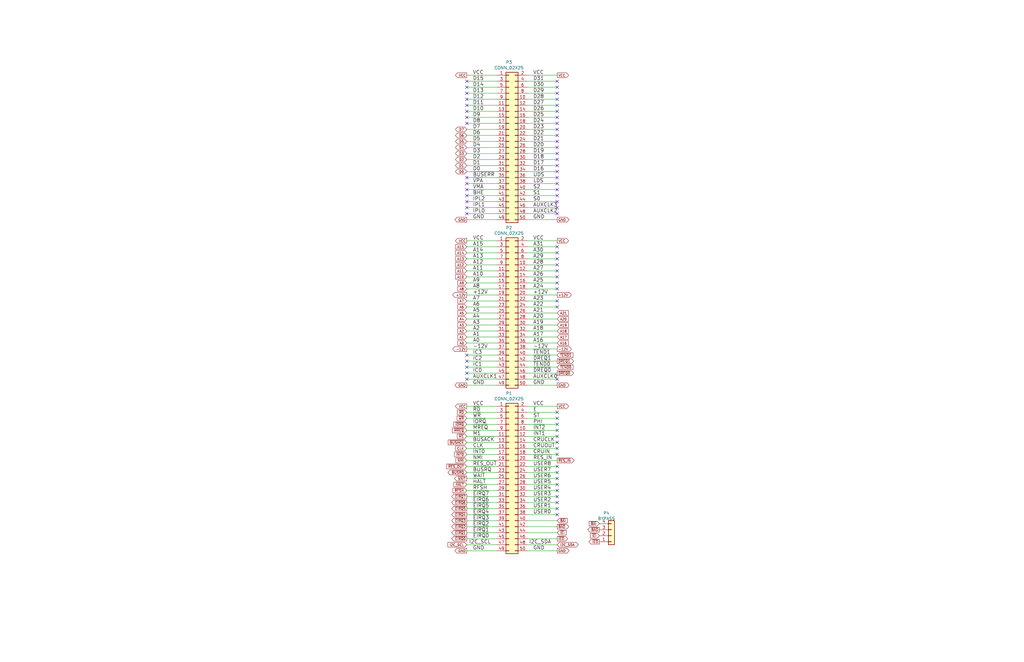
<source format=kicad_sch>
(kicad_sch (version 20211123) (generator eeschema)
  (paper "B")
  (lib_symbols
    (symbol "Connector_Generic:Conn_01x04" (pin_names (offset 1.016) hide)
      (property "Reference" "J" (at 0 5.08 0))
      (property "Value" "Conn_01x04" (at 0 -7.62 0))
      (symbol "Conn_01x04_1_1"
        (rectangle (start -1.27 -4.953) (end 0 -5.207) (stroke (width 0.1524)))
        (rectangle (start -1.27 -2.413) (end 0 -2.667) (stroke (width 0.1524)))
        (rectangle (start -1.27 0.127) (end 0 -0.127) (stroke (width 0.1524)))
        (rectangle (start -1.27 2.667) (end 0 2.413) (stroke (width 0.1524)))
        (rectangle (start -1.27 3.81) (end 1.27 -6.35) (stroke (width 0.254)) (fill (type background)))
        (pin passive line (at -5.08 2.54 0) (length 3.81) (name "Pin_1") (number "1"))
        (pin passive line (at -5.08 0 0) (length 3.81) (name "Pin_2") (number "2"))
        (pin passive line (at -5.08 -2.54 0) (length 3.81) (name "Pin_3") (number "3"))
        (pin passive line (at -5.08 -5.08 0) (length 3.81) (name "Pin_4") (number "4"))
      )
    )
    (symbol "Connector_Generic:Conn_02x25_Odd_Even" (pin_names (offset 1.016) hide)
      (property "Reference" "J" (at 1.27 33.02 0))
      (property "Value" "Conn_02x25_Odd_Even" (at 1.27 -33.02 0))
      (symbol "Conn_02x25_Odd_Even_1_1"
        (rectangle (start -1.27 -30.353) (end 0 -30.607) (stroke (width 0.1524)))
        (rectangle (start -1.27 -27.813) (end 0 -28.067) (stroke (width 0.1524)))
        (rectangle (start -1.27 -25.273) (end 0 -25.527) (stroke (width 0.1524)))
        (rectangle (start -1.27 -22.733) (end 0 -22.987) (stroke (width 0.1524)))
        (rectangle (start -1.27 -20.193) (end 0 -20.447) (stroke (width 0.1524)))
        (rectangle (start -1.27 -17.653) (end 0 -17.907) (stroke (width 0.1524)))
        (rectangle (start -1.27 -15.113) (end 0 -15.367) (stroke (width 0.1524)))
        (rectangle (start -1.27 -12.573) (end 0 -12.827) (stroke (width 0.1524)))
        (rectangle (start -1.27 -10.033) (end 0 -10.287) (stroke (width 0.1524)))
        (rectangle (start -1.27 -7.493) (end 0 -7.747) (stroke (width 0.1524)))
        (rectangle (start -1.27 -4.953) (end 0 -5.207) (stroke (width 0.1524)))
        (rectangle (start -1.27 -2.413) (end 0 -2.667) (stroke (width 0.1524)))
        (rectangle (start -1.27 0.127) (end 0 -0.127) (stroke (width 0.1524)))
        (rectangle (start -1.27 2.667) (end 0 2.413) (stroke (width 0.1524)))
        (rectangle (start -1.27 5.207) (end 0 4.953) (stroke (width 0.1524)))
        (rectangle (start -1.27 7.747) (end 0 7.493) (stroke (width 0.1524)))
        (rectangle (start -1.27 10.287) (end 0 10.033) (stroke (width 0.1524)))
        (rectangle (start -1.27 12.827) (end 0 12.573) (stroke (width 0.1524)))
        (rectangle (start -1.27 15.367) (end 0 15.113) (stroke (width 0.1524)))
        (rectangle (start -1.27 17.907) (end 0 17.653) (stroke (width 0.1524)))
        (rectangle (start -1.27 20.447) (end 0 20.193) (stroke (width 0.1524)))
        (rectangle (start -1.27 22.987) (end 0 22.733) (stroke (width 0.1524)))
        (rectangle (start -1.27 25.527) (end 0 25.273) (stroke (width 0.1524)))
        (rectangle (start -1.27 28.067) (end 0 27.813) (stroke (width 0.1524)))
        (rectangle (start -1.27 30.607) (end 0 30.353) (stroke (width 0.1524)))
        (rectangle (start -1.27 31.75) (end 3.81 -31.75) (stroke (width 0.254)) (fill (type background)))
        (rectangle (start 3.81 -30.353) (end 2.54 -30.607) (stroke (width 0.1524)))
        (rectangle (start 3.81 -27.813) (end 2.54 -28.067) (stroke (width 0.1524)))
        (rectangle (start 3.81 -25.273) (end 2.54 -25.527) (stroke (width 0.1524)))
        (rectangle (start 3.81 -22.733) (end 2.54 -22.987) (stroke (width 0.1524)))
        (rectangle (start 3.81 -20.193) (end 2.54 -20.447) (stroke (width 0.1524)))
        (rectangle (start 3.81 -17.653) (end 2.54 -17.907) (stroke (width 0.1524)))
        (rectangle (start 3.81 -15.113) (end 2.54 -15.367) (stroke (width 0.1524)))
        (rectangle (start 3.81 -12.573) (end 2.54 -12.827) (stroke (width 0.1524)))
        (rectangle (start 3.81 -10.033) (end 2.54 -10.287) (stroke (width 0.1524)))
        (rectangle (start 3.81 -7.493) (end 2.54 -7.747) (stroke (width 0.1524)))
        (rectangle (start 3.81 -4.953) (end 2.54 -5.207) (stroke (width 0.1524)))
        (rectangle (start 3.81 -2.413) (end 2.54 -2.667) (stroke (width 0.1524)))
        (rectangle (start 3.81 0.127) (end 2.54 -0.127) (stroke (width 0.1524)))
        (rectangle (start 3.81 2.667) (end 2.54 2.413) (stroke (width 0.1524)))
        (rectangle (start 3.81 5.207) (end 2.54 4.953) (stroke (width 0.1524)))
        (rectangle (start 3.81 7.747) (end 2.54 7.493) (stroke (width 0.1524)))
        (rectangle (start 3.81 10.287) (end 2.54 10.033) (stroke (width 0.1524)))
        (rectangle (start 3.81 12.827) (end 2.54 12.573) (stroke (width 0.1524)))
        (rectangle (start 3.81 15.367) (end 2.54 15.113) (stroke (width 0.1524)))
        (rectangle (start 3.81 17.907) (end 2.54 17.653) (stroke (width 0.1524)))
        (rectangle (start 3.81 20.447) (end 2.54 20.193) (stroke (width 0.1524)))
        (rectangle (start 3.81 22.987) (end 2.54 22.733) (stroke (width 0.1524)))
        (rectangle (start 3.81 25.527) (end 2.54 25.273) (stroke (width 0.1524)))
        (rectangle (start 3.81 28.067) (end 2.54 27.813) (stroke (width 0.1524)))
        (rectangle (start 3.81 30.607) (end 2.54 30.353) (stroke (width 0.1524)))
        (pin passive line (at -5.08 30.48 0) (length 3.81) (name "Pin_1") (number "1"))
        (pin passive line (at 7.62 20.32 180) (length 3.81) (name "Pin_10") (number "10"))
        (pin passive line (at -5.08 17.78 0) (length 3.81) (name "Pin_11") (number "11"))
        (pin passive line (at 7.62 17.78 180) (length 3.81) (name "Pin_12") (number "12"))
        (pin passive line (at -5.08 15.24 0) (length 3.81) (name "Pin_13") (number "13"))
        (pin passive line (at 7.62 15.24 180) (length 3.81) (name "Pin_14") (number "14"))
        (pin passive line (at -5.08 12.7 0) (length 3.81) (name "Pin_15") (number "15"))
        (pin passive line (at 7.62 12.7 180) (length 3.81) (name "Pin_16") (number "16"))
        (pin passive line (at -5.08 10.16 0) (length 3.81) (name "Pin_17") (number "17"))
        (pin passive line (at 7.62 10.16 180) (length 3.81) (name "Pin_18") (number "18"))
        (pin passive line (at -5.08 7.62 0) (length 3.81) (name "Pin_19") (number "19"))
        (pin passive line (at 7.62 30.48 180) (length 3.81) (name "Pin_2") (number "2"))
        (pin passive line (at 7.62 7.62 180) (length 3.81) (name "Pin_20") (number "20"))
        (pin passive line (at -5.08 5.08 0) (length 3.81) (name "Pin_21") (number "21"))
        (pin passive line (at 7.62 5.08 180) (length 3.81) (name "Pin_22") (number "22"))
        (pin passive line (at -5.08 2.54 0) (length 3.81) (name "Pin_23") (number "23"))
        (pin passive line (at 7.62 2.54 180) (length 3.81) (name "Pin_24") (number "24"))
        (pin passive line (at -5.08 0 0) (length 3.81) (name "Pin_25") (number "25"))
        (pin passive line (at 7.62 0 180) (length 3.81) (name "Pin_26") (number "26"))
        (pin passive line (at -5.08 -2.54 0) (length 3.81) (name "Pin_27") (number "27"))
        (pin passive line (at 7.62 -2.54 180) (length 3.81) (name "Pin_28") (number "28"))
        (pin passive line (at -5.08 -5.08 0) (length 3.81) (name "Pin_29") (number "29"))
        (pin passive line (at -5.08 27.94 0) (length 3.81) (name "Pin_3") (number "3"))
        (pin passive line (at 7.62 -5.08 180) (length 3.81) (name "Pin_30") (number "30"))
        (pin passive line (at -5.08 -7.62 0) (length 3.81) (name "Pin_31") (number "31"))
        (pin passive line (at 7.62 -7.62 180) (length 3.81) (name "Pin_32") (number "32"))
        (pin passive line (at -5.08 -10.16 0) (length 3.81) (name "Pin_33") (number "33"))
        (pin passive line (at 7.62 -10.16 180) (length 3.81) (name "Pin_34") (number "34"))
        (pin passive line (at -5.08 -12.7 0) (length 3.81) (name "Pin_35") (number "35"))
        (pin passive line (at 7.62 -12.7 180) (length 3.81) (name "Pin_36") (number "36"))
        (pin passive line (at -5.08 -15.24 0) (length 3.81) (name "Pin_37") (number "37"))
        (pin passive line (at 7.62 -15.24 180) (length 3.81) (name "Pin_38") (number "38"))
        (pin passive line (at -5.08 -17.78 0) (length 3.81) (name "Pin_39") (number "39"))
        (pin passive line (at 7.62 27.94 180) (length 3.81) (name "Pin_4") (number "4"))
        (pin passive line (at 7.62 -17.78 180) (length 3.81) (name "Pin_40") (number "40"))
        (pin passive line (at -5.08 -20.32 0) (length 3.81) (name "Pin_41") (number "41"))
        (pin passive line (at 7.62 -20.32 180) (length 3.81) (name "Pin_42") (number "42"))
        (pin passive line (at -5.08 -22.86 0) (length 3.81) (name "Pin_43") (number "43"))
        (pin passive line (at 7.62 -22.86 180) (length 3.81) (name "Pin_44") (number "44"))
        (pin passive line (at -5.08 -25.4 0) (length 3.81) (name "Pin_45") (number "45"))
        (pin passive line (at 7.62 -25.4 180) (length 3.81) (name "Pin_46") (number "46"))
        (pin passive line (at -5.08 -27.94 0) (length 3.81) (name "Pin_47") (number "47"))
        (pin passive line (at 7.62 -27.94 180) (length 3.81) (name "Pin_48") (number "48"))
        (pin passive line (at -5.08 -30.48 0) (length 3.81) (name "Pin_49") (number "49"))
        (pin passive line (at -5.08 25.4 0) (length 3.81) (name "Pin_5") (number "5"))
        (pin passive line (at 7.62 -30.48 180) (length 3.81) (name "Pin_50") (number "50"))
        (pin passive line (at 7.62 25.4 180) (length 3.81) (name "Pin_6") (number "6"))
        (pin passive line (at -5.08 22.86 0) (length 3.81) (name "Pin_7") (number "7"))
        (pin passive line (at 7.62 22.86 180) (length 3.81) (name "Pin_8") (number "8"))
        (pin passive line (at -5.08 20.32 0) (length 3.81) (name "Pin_9") (number "9"))
      )
    )
  )
  (no_connect (at 234.95 34.29))
  (no_connect (at 196.85 157.48))
  (no_connect (at 234.95 217.17))
  (no_connect (at 234.95 212.09))
  (no_connect (at 234.95 116.84))
  (no_connect (at 234.95 127))
  (no_connect (at 196.85 41.91))
  (no_connect (at 196.85 85.09))
  (no_connect (at 234.95 199.39))
  (no_connect (at 234.95 184.15))
  (no_connect (at 234.95 41.91))
  (no_connect (at 196.85 149.86))
  (no_connect (at 234.95 90.17))
  (no_connect (at 234.95 64.77))
  (no_connect (at 234.95 85.09))
  (no_connect (at 196.85 36.83))
  (no_connect (at 234.95 36.83))
  (no_connect (at 196.85 52.07))
  (no_connect (at 234.95 69.85))
  (no_connect (at 234.95 77.47))
  (no_connect (at 234.95 196.85))
  (no_connect (at 196.85 152.4))
  (no_connect (at 234.95 181.61))
  (no_connect (at 234.95 39.37))
  (no_connect (at 234.95 204.47))
  (no_connect (at 234.95 214.63))
  (no_connect (at 234.95 106.68))
  (no_connect (at 234.95 186.69))
  (no_connect (at 234.95 129.54))
  (no_connect (at 196.85 34.29))
  (no_connect (at 196.85 49.53))
  (no_connect (at 234.95 201.93))
  (no_connect (at 234.95 104.14))
  (no_connect (at 234.95 173.99))
  (no_connect (at 234.95 191.77))
  (no_connect (at 234.95 189.23))
  (no_connect (at 234.95 59.69))
  (no_connect (at 234.95 80.01))
  (no_connect (at 234.95 74.93))
  (no_connect (at 234.95 209.55))
  (no_connect (at 234.95 52.07))
  (no_connect (at 196.85 77.47))
  (no_connect (at 234.95 62.23))
  (no_connect (at 196.85 82.55))
  (no_connect (at 234.95 109.22))
  (no_connect (at 234.95 121.92))
  (no_connect (at 196.85 90.17))
  (no_connect (at 234.95 44.45))
  (no_connect (at 234.95 111.76))
  (no_connect (at 234.95 54.61))
  (no_connect (at 234.95 46.99))
  (no_connect (at 234.95 49.53))
  (no_connect (at 234.95 72.39))
  (no_connect (at 234.95 207.01))
  (no_connect (at 234.95 176.53))
  (no_connect (at 196.85 154.94))
  (no_connect (at 234.95 87.63))
  (no_connect (at 196.85 74.93))
  (no_connect (at 234.95 179.07))
  (no_connect (at 234.95 119.38))
  (no_connect (at 234.95 67.31))
  (no_connect (at 234.95 114.3))
  (no_connect (at 196.85 87.63))
  (no_connect (at 196.85 46.99))
  (no_connect (at 234.95 82.55))
  (no_connect (at 196.85 39.37))
  (no_connect (at 196.85 160.02))
  (no_connect (at 234.95 57.15))
  (no_connect (at 196.85 80.01))
  (no_connect (at 234.95 160.02))
  (no_connect (at 196.85 44.45))
  (wire (pts (xy 222.25 34.29) (xy 234.95 34.29)))
  (wire (pts (xy 222.25 132.08) (xy 234.95 132.08)))
  (wire (pts (xy 222.25 152.4) (xy 234.95 152.4)))
  (wire (pts (xy 196.85 214.63) (xy 209.55 214.63)))
  (wire (pts (xy 196.85 147.32) (xy 209.55 147.32)))
  (wire (pts (xy 196.85 39.37) (xy 209.55 39.37)))
  (wire (pts (xy 196.85 114.3) (xy 209.55 114.3)))
  (wire (pts (xy 234.95 176.53) (xy 222.25 176.53)))
  (wire (pts (xy 196.85 109.22) (xy 209.55 109.22)))
  (wire (pts (xy 222.25 44.45) (xy 234.95 44.45)))
  (wire (pts (xy 196.85 104.14) (xy 209.55 104.14)))
  (wire (pts (xy 196.85 186.69) (xy 209.55 186.69)))
  (wire (pts (xy 222.25 101.6) (xy 234.95 101.6)))
  (wire (pts (xy 196.85 64.77) (xy 209.55 64.77)))
  (wire (pts (xy 196.85 224.79) (xy 209.55 224.79)))
  (wire (pts (xy 222.25 212.09) (xy 234.95 212.09)))
  (wire (pts (xy 222.25 72.39) (xy 234.95 72.39)))
  (wire (pts (xy 196.85 121.92) (xy 209.55 121.92)))
  (wire (pts (xy 222.25 142.24) (xy 234.95 142.24)))
  (wire (pts (xy 222.25 31.75) (xy 234.95 31.75)))
  (wire (pts (xy 234.95 219.71) (xy 222.25 219.71)))
  (wire (pts (xy 196.85 191.77) (xy 209.55 191.77)))
  (wire (pts (xy 222.25 207.01) (xy 234.95 207.01)))
  (wire (pts (xy 209.55 77.47) (xy 196.85 77.47)))
  (wire (pts (xy 222.25 39.37) (xy 234.95 39.37)))
  (wire (pts (xy 222.25 82.55) (xy 234.95 82.55)))
  (wire (pts (xy 222.25 147.32) (xy 234.95 147.32)))
  (wire (pts (xy 196.85 184.15) (xy 209.55 184.15)))
  (wire (pts (xy 196.85 134.62) (xy 209.55 134.62)))
  (wire (pts (xy 196.85 139.7) (xy 209.55 139.7)))
  (wire (pts (xy 222.25 217.17) (xy 234.95 217.17)))
  (wire (pts (xy 196.85 57.15) (xy 209.55 57.15)))
  (wire (pts (xy 222.25 194.31) (xy 234.95 194.31)))
  (wire (pts (xy 222.25 137.16) (xy 234.95 137.16)))
  (wire (pts (xy 196.85 176.53) (xy 209.55 176.53)))
  (wire (pts (xy 196.85 67.31) (xy 209.55 67.31)))
  (wire (pts (xy 222.25 36.83) (xy 234.95 36.83)))
  (wire (pts (xy 196.85 36.83) (xy 209.55 36.83)))
  (wire (pts (xy 222.25 52.07) (xy 234.95 52.07)))
  (wire (pts (xy 234.95 184.15) (xy 222.25 184.15)))
  (wire (pts (xy 196.85 171.45) (xy 209.55 171.45)))
  (wire (pts (xy 196.85 199.39) (xy 209.55 199.39)))
  (wire (pts (xy 196.85 196.85) (xy 209.55 196.85)))
  (wire (pts (xy 222.25 119.38) (xy 234.95 119.38)))
  (wire (pts (xy 196.85 137.16) (xy 209.55 137.16)))
  (wire (pts (xy 196.85 54.61) (xy 209.55 54.61)))
  (wire (pts (xy 234.95 224.79) (xy 222.25 224.79)))
  (wire (pts (xy 196.85 116.84) (xy 209.55 116.84)))
  (wire (pts (xy 222.25 160.02) (xy 234.95 160.02)))
  (wire (pts (xy 209.55 152.4) (xy 196.85 152.4)))
  (wire (pts (xy 222.25 67.31) (xy 234.95 67.31)))
  (wire (pts (xy 234.95 173.99) (xy 222.25 173.99)))
  (wire (pts (xy 209.55 229.87) (xy 196.85 229.87)))
  (wire (pts (xy 222.25 109.22) (xy 234.95 109.22)))
  (wire (pts (xy 196.85 209.55) (xy 209.55 209.55)))
  (wire (pts (xy 234.95 186.69) (xy 222.25 186.69)))
  (wire (pts (xy 222.25 157.48) (xy 234.95 157.48)))
  (wire (pts (xy 222.25 41.91) (xy 234.95 41.91)))
  (wire (pts (xy 196.85 62.23) (xy 209.55 62.23)))
  (wire (pts (xy 196.85 34.29) (xy 209.55 34.29)))
  (wire (pts (xy 222.25 59.69) (xy 234.95 59.69)))
  (wire (pts (xy 222.25 129.54) (xy 234.95 129.54)))
  (wire (pts (xy 196.85 101.6) (xy 209.55 101.6)))
  (wire (pts (xy 196.85 217.17) (xy 209.55 217.17)))
  (wire (pts (xy 222.25 127) (xy 234.95 127)))
  (wire (pts (xy 196.85 160.02) (xy 209.55 160.02)))
  (wire (pts (xy 196.85 119.38) (xy 209.55 119.38)))
  (wire (pts (xy 222.25 121.92) (xy 234.95 121.92)))
  (wire (pts (xy 222.25 134.62) (xy 234.95 134.62)))
  (wire (pts (xy 222.25 85.09) (xy 234.95 85.09)))
  (wire (pts (xy 234.95 181.61) (xy 222.25 181.61)))
  (wire (pts (xy 196.85 49.53) (xy 209.55 49.53)))
  (wire (pts (xy 222.25 90.17) (xy 234.95 90.17)))
  (wire (pts (xy 196.85 204.47) (xy 209.55 204.47)))
  (wire (pts (xy 222.25 92.71) (xy 234.95 92.71)))
  (wire (pts (xy 222.25 49.53) (xy 234.95 49.53)))
  (wire (pts (xy 196.85 207.01) (xy 209.55 207.01)))
  (wire (pts (xy 196.85 201.93) (xy 209.55 201.93)))
  (wire (pts (xy 196.85 111.76) (xy 209.55 111.76)))
  (wire (pts (xy 234.95 229.87) (xy 222.25 229.87)))
  (wire (pts (xy 196.85 227.33) (xy 209.55 227.33)))
  (wire (pts (xy 222.25 74.93) (xy 234.95 74.93)))
  (wire (pts (xy 222.25 201.93) (xy 234.95 201.93)))
  (wire (pts (xy 209.55 80.01) (xy 196.85 80.01)))
  (wire (pts (xy 222.25 189.23) (xy 234.95 189.23)))
  (wire (pts (xy 222.25 46.99) (xy 234.95 46.99)))
  (wire (pts (xy 222.25 104.14) (xy 234.95 104.14)))
  (wire (pts (xy 196.85 222.25) (xy 209.55 222.25)))
  (wire (pts (xy 222.25 209.55) (xy 234.95 209.55)))
  (wire (pts (xy 209.55 74.93) (xy 196.85 74.93)))
  (wire (pts (xy 209.55 90.17) (xy 196.85 90.17)))
  (wire (pts (xy 222.25 204.47) (xy 234.95 204.47)))
  (wire (pts (xy 196.85 194.31) (xy 209.55 194.31)))
  (wire (pts (xy 196.85 144.78) (xy 209.55 144.78)))
  (wire (pts (xy 196.85 69.85) (xy 209.55 69.85)))
  (wire (pts (xy 222.25 196.85) (xy 234.95 196.85)))
  (wire (pts (xy 222.25 106.68) (xy 234.95 106.68)))
  (wire (pts (xy 222.25 214.63) (xy 234.95 214.63)))
  (wire (pts (xy 222.25 199.39) (xy 234.95 199.39)))
  (wire (pts (xy 196.85 162.56) (xy 209.55 162.56)))
  (wire (pts (xy 196.85 41.91) (xy 209.55 41.91)))
  (wire (pts (xy 196.85 232.41) (xy 209.55 232.41)))
  (wire (pts (xy 222.25 77.47) (xy 234.95 77.47)))
  (wire (pts (xy 222.25 80.01) (xy 234.95 80.01)))
  (wire (pts (xy 196.85 106.68) (xy 209.55 106.68)))
  (wire (pts (xy 209.55 82.55) (xy 196.85 82.55)))
  (wire (pts (xy 222.25 191.77) (xy 234.95 191.77)))
  (wire (pts (xy 196.85 132.08) (xy 209.55 132.08)))
  (wire (pts (xy 196.85 31.75) (xy 209.55 31.75)))
  (wire (pts (xy 222.25 54.61) (xy 234.95 54.61)))
  (wire (pts (xy 196.85 44.45) (xy 209.55 44.45)))
  (wire (pts (xy 222.25 144.78) (xy 234.95 144.78)))
  (wire (pts (xy 222.25 124.46) (xy 234.95 124.46)))
  (wire (pts (xy 222.25 232.41) (xy 234.95 232.41)))
  (wire (pts (xy 222.25 149.86) (xy 234.95 149.86)))
  (wire (pts (xy 196.85 52.07) (xy 209.55 52.07)))
  (wire (pts (xy 209.55 149.86) (xy 196.85 149.86)))
  (wire (pts (xy 196.85 92.71) (xy 209.55 92.71)))
  (wire (pts (xy 222.25 139.7) (xy 234.95 139.7)))
  (wire (pts (xy 196.85 127) (xy 209.55 127)))
  (wire (pts (xy 222.25 57.15) (xy 234.95 57.15)))
  (wire (pts (xy 234.95 87.63) (xy 222.25 87.63)))
  (wire (pts (xy 196.85 189.23) (xy 209.55 189.23)))
  (wire (pts (xy 222.25 154.94) (xy 234.95 154.94)))
  (wire (pts (xy 222.25 64.77) (xy 234.95 64.77)))
  (wire (pts (xy 234.95 179.07) (xy 222.25 179.07)))
  (wire (pts (xy 234.95 227.33) (xy 222.25 227.33)))
  (wire (pts (xy 196.85 46.99) (xy 209.55 46.99)))
  (wire (pts (xy 209.55 157.48) (xy 196.85 157.48)))
  (wire (pts (xy 209.55 154.94) (xy 196.85 154.94)))
  (wire (pts (xy 196.85 212.09) (xy 209.55 212.09)))
  (wire (pts (xy 196.85 129.54) (xy 209.55 129.54)))
  (wire (pts (xy 222.25 111.76) (xy 234.95 111.76)))
  (wire (pts (xy 222.25 62.23) (xy 234.95 62.23)))
  (wire (pts (xy 209.55 87.63) (xy 196.85 87.63)))
  (wire (pts (xy 196.85 179.07) (xy 209.55 179.07)))
  (wire (pts (xy 196.85 142.24) (xy 209.55 142.24)))
  (wire (pts (xy 196.85 173.99) (xy 209.55 173.99)))
  (wire (pts (xy 234.95 222.25) (xy 222.25 222.25)))
  (wire (pts (xy 209.55 85.09) (xy 196.85 85.09)))
  (wire (pts (xy 196.85 72.39) (xy 209.55 72.39)))
  (wire (pts (xy 222.25 114.3) (xy 234.95 114.3)))
  (wire (pts (xy 222.25 69.85) (xy 234.95 69.85)))
  (wire (pts (xy 196.85 219.71) (xy 209.55 219.71)))
  (wire (pts (xy 196.85 181.61) (xy 209.55 181.61)))
  (wire (pts (xy 222.25 162.56) (xy 234.95 162.56)))
  (wire (pts (xy 196.85 59.69) (xy 209.55 59.69)))
  (wire (pts (xy 222.25 116.84) (xy 234.95 116.84)))
  (wire (pts (xy 222.25 171.45) (xy 234.95 171.45)))
  (wire (pts (xy 196.85 124.46) (xy 209.55 124.46)))
  (label "+12V" (at 224.79 124.46 0) (effects (font (size 1.524 1.524))))
  (label "~{IORQ}" (at 199.39 179.07 0) (effects (font (size 1.524 1.524))))
  (label "-12V" (at 224.79 147.32 0) (effects (font (size 1.524 1.524))))
  (label "D27" (at 224.79 44.45 0) (effects (font (size 1.524 1.524))))
  (label "USER5" (at 224.79 204.47 0) (effects (font (size 1.524 1.524))))
  (label "~{EIRQ4}" (at 199.39 217.17 0) (effects (font (size 1.524 1.524))))
  (label "D1" (at 199.39 69.85 0) (effects (font (size 1.524 1.524))))
  (label "D5" (at 199.39 59.69 0) (effects (font (size 1.524 1.524))))
  (label "~{BHE}" (at 199.39 82.55 0) (effects (font (size 1.524 1.524))))
  (label "A30" (at 224.79 106.68 0) (effects (font (size 1.524 1.524))))
  (label "GND" (at 199.39 162.56 0) (effects (font (size 1.524 1.524))))
  (label "~{INT0}" (at 199.39 191.77 0) (effects (font (size 1.524 1.524))))
  (label "VCC" (at 224.79 101.6 0) (effects (font (size 1.524 1.524))))
  (label "I2C_SDA" (at 232.41 229.87 180) (effects (font (size 1.524 1.524))))
  (label "A6" (at 199.39 129.54 0) (effects (font (size 1.524 1.524))))
  (label "IC2" (at 199.39 152.4 0) (effects (font (size 1.524 1.524))))
  (label "A22" (at 224.79 129.54 0) (effects (font (size 1.524 1.524))))
  (label "A7" (at 199.39 127 0) (effects (font (size 1.524 1.524))))
  (label "AUXCLK3" (at 224.79 87.63 0) (effects (font (size 1.524 1.524))))
  (label "VCC" (at 199.39 101.6 0) (effects (font (size 1.524 1.524))))
  (label "D0" (at 199.39 72.39 0) (effects (font (size 1.524 1.524))))
  (label "D13" (at 199.39 39.37 0) (effects (font (size 1.524 1.524))))
  (label "AUXCLK1" (at 199.39 160.02 0) (effects (font (size 1.524 1.524))))
  (label "A19" (at 224.79 137.16 0) (effects (font (size 1.524 1.524))))
  (label "IPL1" (at 199.39 87.63 0) (effects (font (size 1.524 1.524))))
  (label "D29" (at 224.79 39.37 0) (effects (font (size 1.524 1.524))))
  (label "GND" (at 224.79 92.71 0) (effects (font (size 1.524 1.524))))
  (label "UDS" (at 224.79 74.93 0) (effects (font (size 1.524 1.524))))
  (label "A4" (at 199.39 134.62 0) (effects (font (size 1.524 1.524))))
  (label "A25" (at 224.79 119.38 0) (effects (font (size 1.524 1.524))))
  (label "A1" (at 199.39 142.24 0) (effects (font (size 1.524 1.524))))
  (label "GND" (at 199.39 92.71 0) (effects (font (size 1.524 1.524))))
  (label "A5" (at 199.39 132.08 0) (effects (font (size 1.524 1.524))))
  (label "~{EIRQ0}" (at 199.39 227.33 0) (effects (font (size 1.524 1.524))))
  (label "IC0" (at 199.39 157.48 0) (effects (font (size 1.524 1.524))))
  (label "D25" (at 224.79 49.53 0) (effects (font (size 1.524 1.524))))
  (label "D31" (at 224.79 34.29 0) (effects (font (size 1.524 1.524))))
  (label "USER6" (at 224.79 201.93 0) (effects (font (size 1.524 1.524))))
  (label "~{TEND0}" (at 224.79 154.94 0) (effects (font (size 1.524 1.524))))
  (label "D20" (at 224.79 62.23 0) (effects (font (size 1.524 1.524))))
  (label "D21" (at 224.79 59.69 0) (effects (font (size 1.524 1.524))))
  (label "CRUCLK" (at 224.79 186.69 0) (effects (font (size 1.524 1.524))))
  (label "VCC" (at 199.39 31.75 0) (effects (font (size 1.524 1.524))))
  (label "D4" (at 199.39 62.23 0) (effects (font (size 1.524 1.524))))
  (label "A10" (at 199.39 116.84 0) (effects (font (size 1.524 1.524))))
  (label "D19" (at 224.79 64.77 0) (effects (font (size 1.524 1.524))))
  (label "D14" (at 199.39 36.83 0) (effects (font (size 1.524 1.524))))
  (label "D7" (at 199.39 54.61 0) (effects (font (size 1.524 1.524))))
  (label "A21" (at 224.79 132.08 0) (effects (font (size 1.524 1.524))))
  (label "A0" (at 199.39 144.78 0) (effects (font (size 1.524 1.524))))
  (label "D9" (at 199.39 49.53 0) (effects (font (size 1.524 1.524))))
  (label "IC3" (at 199.39 149.86 0) (effects (font (size 1.524 1.524))))
  (label "USER3" (at 224.79 209.55 0) (effects (font (size 1.524 1.524))))
  (label "ST" (at 224.79 176.53 0) (effects (font (size 1.524 1.524))))
  (label "~{NMI}" (at 199.39 194.31 0) (effects (font (size 1.524 1.524))))
  (label "USER0" (at 224.79 217.17 0) (effects (font (size 1.524 1.524))))
  (label "~{TEND1}" (at 224.79 149.86 0) (effects (font (size 1.524 1.524))))
  (label "VCC" (at 224.79 31.75 0) (effects (font (size 1.524 1.524))))
  (label "~{EIRQ5}" (at 199.39 214.63 0) (effects (font (size 1.524 1.524))))
  (label "~{EIRQ1}" (at 199.39 224.79 0) (effects (font (size 1.524 1.524))))
  (label "D10" (at 199.39 46.99 0) (effects (font (size 1.524 1.524))))
  (label "~{HALT}" (at 199.39 204.47 0) (effects (font (size 1.524 1.524))))
  (label "~{EIRQ6}" (at 199.39 212.09 0) (effects (font (size 1.524 1.524))))
  (label "D8" (at 199.39 52.07 0) (effects (font (size 1.524 1.524))))
  (label "CRUIN" (at 224.79 191.77 0) (effects (font (size 1.524 1.524))))
  (label "D26" (at 224.79 46.99 0) (effects (font (size 1.524 1.524))))
  (label "PHI" (at 224.79 179.07 0) (effects (font (size 1.524 1.524))))
  (label "IPL2" (at 199.39 85.09 0) (effects (font (size 1.524 1.524))))
  (label "~{DREQ1}" (at 224.79 152.4 0) (effects (font (size 1.524 1.524))))
  (label "A15" (at 199.39 104.14 0) (effects (font (size 1.524 1.524))))
  (label "A16" (at 224.79 144.78 0) (effects (font (size 1.524 1.524))))
  (label "S2" (at 224.79 80.01 0) (effects (font (size 1.524 1.524))))
  (label "~{RD}" (at 199.39 173.99 0) (effects (font (size 1.524 1.524))))
  (label "E" (at 224.79 173.99 0) (effects (font (size 1.524 1.524))))
  (label "D28" (at 224.79 41.91 0) (effects (font (size 1.524 1.524))))
  (label "A12" (at 199.39 111.76 0) (effects (font (size 1.524 1.524))))
  (label "GND" (at 224.79 232.41 0) (effects (font (size 1.524 1.524))))
  (label "GND" (at 199.39 232.41 0) (effects (font (size 1.524 1.524))))
  (label "~{EIRQ3}" (at 199.39 219.71 0) (effects (font (size 1.524 1.524))))
  (label "A2" (at 199.39 139.7 0) (effects (font (size 1.524 1.524))))
  (label "D15" (at 199.39 34.29 0) (effects (font (size 1.524 1.524))))
  (label "A29" (at 224.79 109.22 0) (effects (font (size 1.524 1.524))))
  (label "S0" (at 224.79 85.09 0) (effects (font (size 1.524 1.524))))
  (label "USER8" (at 224.79 196.85 0) (effects (font (size 1.524 1.524))))
  (label "USER2" (at 224.79 212.09 0) (effects (font (size 1.524 1.524))))
  (label "~{WAIT}" (at 199.39 201.93 0) (effects (font (size 1.524 1.524))))
  (label "D17" (at 224.79 69.85 0) (effects (font (size 1.524 1.524))))
  (label "D3" (at 199.39 64.77 0) (effects (font (size 1.524 1.524))))
  (label "A26" (at 224.79 116.84 0) (effects (font (size 1.524 1.524))))
  (label "D11" (at 199.39 44.45 0) (effects (font (size 1.524 1.524))))
  (label "IC1" (at 199.39 154.94 0) (effects (font (size 1.524 1.524))))
  (label "D23" (at 224.79 54.61 0) (effects (font (size 1.524 1.524))))
  (label "~{INT1}" (at 224.79 184.15 0) (effects (font (size 1.524 1.524))))
  (label "~{BUSACK}" (at 199.39 186.69 0) (effects (font (size 1.524 1.524))))
  (label "~{MREQ}" (at 199.39 181.61 0) (effects (font (size 1.524 1.524))))
  (label "~{RES_IN}" (at 224.79 194.31 0) (effects (font (size 1.524 1.524))))
  (label "A27" (at 224.79 114.3 0) (effects (font (size 1.524 1.524))))
  (label "LDS" (at 224.79 77.47 0) (effects (font (size 1.524 1.524))))
  (label "A8" (at 199.39 121.92 0) (effects (font (size 1.524 1.524))))
  (label "I2C_SCL" (at 207.01 229.87 180) (effects (font (size 1.524 1.524))))
  (label "-12V" (at 199.39 147.32 0) (effects (font (size 1.524 1.524))))
  (label "+12V" (at 199.39 124.46 0) (effects (font (size 1.524 1.524))))
  (label "USER4" (at 224.79 207.01 0) (effects (font (size 1.524 1.524))))
  (label "A23" (at 224.79 127 0) (effects (font (size 1.524 1.524))))
  (label "AUXCLK0" (at 224.79 160.02 0) (effects (font (size 1.524 1.524))))
  (label "D30" (at 224.79 36.83 0) (effects (font (size 1.524 1.524))))
  (label "D18" (at 224.79 67.31 0) (effects (font (size 1.524 1.524))))
  (label "D22" (at 224.79 57.15 0) (effects (font (size 1.524 1.524))))
  (label "A17" (at 224.79 142.24 0) (effects (font (size 1.524 1.524))))
  (label "~{INT2}" (at 224.79 181.61 0) (effects (font (size 1.524 1.524))))
  (label "D24" (at 224.79 52.07 0) (effects (font (size 1.524 1.524))))
  (label "~{VMA}" (at 199.39 80.01 0) (effects (font (size 1.524 1.524))))
  (label "~{BUSRQ}" (at 199.39 199.39 0) (effects (font (size 1.524 1.524))))
  (label "~{BUSERR}" (at 199.39 74.93 0) (effects (font (size 1.524 1.524))))
  (label "A11" (at 199.39 114.3 0) (effects (font (size 1.524 1.524))))
  (label "CRUOUT" (at 224.79 189.23 0) (effects (font (size 1.524 1.524))))
  (label "A14" (at 199.39 106.68 0) (effects (font (size 1.524 1.524))))
  (label "~{M1}" (at 199.39 184.15 0) (effects (font (size 1.524 1.524))))
  (label "D2" (at 199.39 67.31 0) (effects (font (size 1.524 1.524))))
  (label "AUXCLK2" (at 224.79 90.17 0) (effects (font (size 1.524 1.524))))
  (label "A13" (at 199.39 109.22 0) (effects (font (size 1.524 1.524))))
  (label "IPL0" (at 199.39 90.17 0) (effects (font (size 1.524 1.524))))
  (label "~{EIRQ7}" (at 199.39 209.55 0) (effects (font (size 1.524 1.524))))
  (label "A31" (at 224.79 104.14 0) (effects (font (size 1.524 1.524))))
  (label "USER7" (at 224.79 199.39 0) (effects (font (size 1.524 1.524))))
  (label "~{WR}" (at 199.39 176.53 0) (effects (font (size 1.524 1.524))))
  (label "~{RFSH}" (at 199.39 207.01 0) (effects (font (size 1.524 1.524))))
  (label "~{RES_OUT}" (at 199.39 196.85 0) (effects (font (size 1.524 1.524))))
  (label "A18" (at 224.79 139.7 0) (effects (font (size 1.524 1.524))))
  (label "~{DREQ0}" (at 224.79 157.48 0) (effects (font (size 1.524 1.524))))
  (label "S1" (at 224.79 82.55 0) (effects (font (size 1.524 1.524))))
  (label "A3" (at 199.39 137.16 0) (effects (font (size 1.524 1.524))))
  (label "~{VPA}" (at 199.39 77.47 0) (effects (font (size 1.524 1.524))))
  (label "VCC" (at 199.39 171.45 0) (effects (font (size 1.524 1.524))))
  (label "GND" (at 224.79 162.56 0) (effects (font (size 1.524 1.524))))
  (label "~{EIRQ2}" (at 199.39 222.25 0) (effects (font (size 1.524 1.524))))
  (label "A28" (at 224.79 111.76 0) (effects (font (size 1.524 1.524))))
  (label "A20" (at 224.79 134.62 0) (effects (font (size 1.524 1.524))))
  (label "D12" (at 199.39 41.91 0) (effects (font (size 1.524 1.524))))
  (label "A9" (at 199.39 119.38 0) (effects (font (size 1.524 1.524))))
  (label "A24" (at 224.79 121.92 0) (effects (font (size 1.524 1.524))))
  (label "CLK" (at 199.39 189.23 0) (effects (font (size 1.524 1.524))))
  (label "VCC" (at 224.79 171.45 0) (effects (font (size 1.524 1.524))))
  (label "D16" (at 224.79 72.39 0) (effects (font (size 1.524 1.524))))
  (label "D6" (at 199.39 57.15 0) (effects (font (size 1.524 1.524))))
  (label "USER1" (at 224.79 214.63 0) (effects (font (size 1.524 1.524))))
  (global_label "I2C_SDA" (shape bidirectional) (at 234.95 229.87 0) (effects (font (size 1.016 1.016))) (property "Intersheet References" "${INTERSHEET_REFS}" (effects hide)))
  (global_label "~{TEND1}" (shape input) (at 234.95 149.86 0) (effects (font (size 1.016 1.016))) (property "Intersheet References" "${INTERSHEET_REFS}" (effects hide)))
  (global_label "A7" (shape input) (at 196.85 127 180) (effects (font (size 1.016 1.016))) (property "Intersheet References" "${INTERSHEET_REFS}" (effects hide)))
  (global_label "~{BUSACK}" (shape input) (at 196.85 186.69 180) (effects (font (size 1.016 1.016))) (property "Intersheet References" "${INTERSHEET_REFS}" (effects hide)))
  (global_label "A4" (shape input) (at 196.85 134.62 180) (effects (font (size 1.016 1.016))) (property "Intersheet References" "${INTERSHEET_REFS}" (effects hide)))
  (global_label "~{EIRQ5}" (shape output) (at 196.85 214.63 180) (effects (font (size 1.016 1.016))) (property "Intersheet References" "${INTERSHEET_REFS}" (effects hide)))
  (global_label "~{NMI}" (shape input) (at 196.85 194.31 180) (effects (font (size 1.016 1.016))) (property "Intersheet References" "${INTERSHEET_REFS}" (effects hide)))
  (global_label "~{IEO}" (shape output) (at 252.73 228.6 180) (effects (font (size 1.016 1.016))) (property "Intersheet References" "${INTERSHEET_REFS}" (effects hide)))
  (global_label "A1" (shape input) (at 196.85 142.24 180) (effects (font (size 1.016 1.016))) (property "Intersheet References" "${INTERSHEET_REFS}" (effects hide)))
  (global_label "D2" (shape bidirectional) (at 196.85 67.31 180) (effects (font (size 1.016 1.016))) (property "Intersheet References" "${INTERSHEET_REFS}" (effects hide)))
  (global_label "~{RD}" (shape input) (at 196.85 173.99 180) (effects (font (size 1.016 1.016))) (property "Intersheet References" "${INTERSHEET_REFS}" (effects hide)))
  (global_label "~{EIRQ1}" (shape output) (at 196.85 224.79 180) (effects (font (size 1.016 1.016))) (property "Intersheet References" "${INTERSHEET_REFS}" (effects hide)))
  (global_label "~{M1}" (shape input) (at 196.85 184.15 180) (effects (font (size 1.016 1.016))) (property "Intersheet References" "${INTERSHEET_REFS}" (effects hide)))
  (global_label "~{INT0}" (shape input) (at 196.85 191.77 180) (effects (font (size 1.016 1.016))) (property "Intersheet References" "${INTERSHEET_REFS}" (effects hide)))
  (global_label "I2C_SCL" (shape input) (at 196.85 229.87 180) (effects (font (size 1.016 1.016))) (property "Intersheet References" "${INTERSHEET_REFS}" (effects hide)))
  (global_label "~{IEO}" (shape output) (at 234.95 227.33 0) (effects (font (size 1.016 1.016))) (property "Intersheet References" "${INTERSHEET_REFS}" (effects hide)))
  (global_label "A5" (shape input) (at 196.85 132.08 180) (effects (font (size 1.016 1.016))) (property "Intersheet References" "${INTERSHEET_REFS}" (effects hide)))
  (global_label "-12V" (shape output) (at 196.85 147.32 180) (effects (font (size 1.016 1.016))) (property "Intersheet References" "${INTERSHEET_REFS}" (effects hide)))
  (global_label "A14" (shape input) (at 196.85 106.68 180) (effects (font (size 1.016 1.016))) (property "Intersheet References" "${INTERSHEET_REFS}" (effects hide)))
  (global_label "~{HALT}" (shape input) (at 196.85 204.47 180) (effects (font (size 1.016 1.016))) (property "Intersheet References" "${INTERSHEET_REFS}" (effects hide)))
  (global_label "CLK" (shape input) (at 196.85 189.23 180) (effects (font (size 1.016 1.016))) (property "Intersheet References" "${INTERSHEET_REFS}" (effects hide)))
  (global_label "GND" (shape output) (at 234.95 92.71 0) (effects (font (size 1.016 1.016))) (property "Intersheet References" "${INTERSHEET_REFS}" (effects hide)))
  (global_label "VCC" (shape output) (at 196.85 171.45 180) (effects (font (size 1.016 1.016))) (property "Intersheet References" "${INTERSHEET_REFS}" (effects hide)))
  (global_label "~{RES_IN}" (shape output) (at 234.95 194.31 0) (effects (font (size 1.016 1.016))) (property "Intersheet References" "${INTERSHEET_REFS}" (effects hide)))
  (global_label "A0" (shape input) (at 196.85 144.78 180) (effects (font (size 1.016 1.016))) (property "Intersheet References" "${INTERSHEET_REFS}" (effects hide)))
  (global_label "~{IORQ}" (shape input) (at 196.85 179.07 180) (effects (font (size 1.016 1.016))) (property "Intersheet References" "${INTERSHEET_REFS}" (effects hide)))
  (global_label "~{EIRQ3}" (shape output) (at 196.85 219.71 180) (effects (font (size 1.016 1.016))) (property "Intersheet References" "${INTERSHEET_REFS}" (effects hide)))
  (global_label "D5" (shape bidirectional) (at 196.85 59.69 180) (effects (font (size 1.016 1.016))) (property "Intersheet References" "${INTERSHEET_REFS}" (effects hide)))
  (global_label "-12V" (shape output) (at 234.95 147.32 0) (effects (font (size 1.016 1.016))) (property "Intersheet References" "${INTERSHEET_REFS}" (effects hide)))
  (global_label "+12V" (shape output) (at 234.95 124.46 0) (effects (font (size 1.016 1.016))) (property "Intersheet References" "${INTERSHEET_REFS}" (effects hide)))
  (global_label "A18" (shape input) (at 234.95 139.7 0) (effects (font (size 1.016 1.016))) (property "Intersheet References" "${INTERSHEET_REFS}" (effects hide)))
  (global_label "~{IEI}" (shape input) (at 252.73 226.06 180) (effects (font (size 1.016 1.016))) (property "Intersheet References" "${INTERSHEET_REFS}" (effects hide)))
  (global_label "A13" (shape input) (at 196.85 109.22 180) (effects (font (size 1.016 1.016))) (property "Intersheet References" "${INTERSHEET_REFS}" (effects hide)))
  (global_label "~{DREQ1}" (shape output) (at 234.95 152.4 0) (effects (font (size 1.016 1.016))) (property "Intersheet References" "${INTERSHEET_REFS}" (effects hide)))
  (global_label "GND" (shape output) (at 196.85 92.71 180) (effects (font (size 1.016 1.016))) (property "Intersheet References" "${INTERSHEET_REFS}" (effects hide)))
  (global_label "D3" (shape bidirectional) (at 196.85 64.77 180) (effects (font (size 1.016 1.016))) (property "Intersheet References" "${INTERSHEET_REFS}" (effects hide)))
  (global_label "~{EIRQ4}" (shape output) (at 196.85 217.17 180) (effects (font (size 1.016 1.016))) (property "Intersheet References" "${INTERSHEET_REFS}" (effects hide)))
  (global_label "A15" (shape input) (at 196.85 104.14 180) (effects (font (size 1.016 1.016))) (property "Intersheet References" "${INTERSHEET_REFS}" (effects hide)))
  (global_label "A6" (shape input) (at 196.85 129.54 180) (effects (font (size 1.016 1.016))) (property "Intersheet References" "${INTERSHEET_REFS}" (effects hide)))
  (global_label "~{RFSH}" (shape input) (at 196.85 207.01 180) (effects (font (size 1.016 1.016))) (property "Intersheet References" "${INTERSHEET_REFS}" (effects hide)))
  (global_label "+12V" (shape output) (at 196.85 124.46 180) (effects (font (size 1.016 1.016))) (property "Intersheet References" "${INTERSHEET_REFS}" (effects hide)))
  (global_label "~{EIRQ7}" (shape output) (at 196.85 209.55 180) (effects (font (size 1.016 1.016))) (property "Intersheet References" "${INTERSHEET_REFS}" (effects hide)))
  (global_label "VCC" (shape output) (at 234.95 101.6 0) (effects (font (size 1.016 1.016))) (property "Intersheet References" "${INTERSHEET_REFS}" (effects hide)))
  (global_label "VCC" (shape output) (at 196.85 31.75 180) (effects (font (size 1.016 1.016))) (property "Intersheet References" "${INTERSHEET_REFS}" (effects hide)))
  (global_label "A9" (shape input) (at 196.85 119.38 180) (effects (font (size 1.016 1.016))) (property "Intersheet References" "${INTERSHEET_REFS}" (effects hide)))
  (global_label "~{BUSRQ}" (shape bidirectional) (at 196.85 199.39 180) (effects (font (size 1.016 1.016))) (property "Intersheet References" "${INTERSHEET_REFS}" (effects hide)))
  (global_label "~{TEND0}" (shape input) (at 234.95 154.94 0) (effects (font (size 1.016 1.016))) (property "Intersheet References" "${INTERSHEET_REFS}" (effects hide)))
  (global_label "~{WR}" (shape input) (at 196.85 176.53 180) (effects (font (size 1.016 1.016))) (property "Intersheet References" "${INTERSHEET_REFS}" (effects hide)))
  (global_label "~{BAI}" (shape input) (at 252.73 220.98 180) (effects (font (size 1.016 1.016))) (property "Intersheet References" "${INTERSHEET_REFS}" (effects hide)))
  (global_label "~{EIRQ0}" (shape output) (at 196.85 227.33 180) (effects (font (size 1.016 1.016))) (property "Intersheet References" "${INTERSHEET_REFS}" (effects hide)))
  (global_label "GND" (shape output) (at 234.95 162.56 0) (effects (font (size 1.016 1.016))) (property "Intersheet References" "${INTERSHEET_REFS}" (effects hide)))
  (global_label "A8" (shape input) (at 196.85 121.92 180) (effects (font (size 1.016 1.016))) (property "Intersheet References" "${INTERSHEET_REFS}" (effects hide)))
  (global_label "A16" (shape input) (at 234.95 144.78 0) (effects (font (size 1.016 1.016))) (property "Intersheet References" "${INTERSHEET_REFS}" (effects hide)))
  (global_label "D0" (shape bidirectional) (at 196.85 72.39 180) (effects (font (size 1.016 1.016))) (property "Intersheet References" "${INTERSHEET_REFS}" (effects hide)))
  (global_label "GND" (shape output) (at 196.85 162.56 180) (effects (font (size 1.016 1.016))) (property "Intersheet References" "${INTERSHEET_REFS}" (effects hide)))
  (global_label "D4" (shape bidirectional) (at 196.85 62.23 180) (effects (font (size 1.016 1.016))) (property "Intersheet References" "${INTERSHEET_REFS}" (effects hide)))
  (global_label "D1" (shape bidirectional) (at 196.85 69.85 180) (effects (font (size 1.016 1.016))) (property "Intersheet References" "${INTERSHEET_REFS}" (effects hide)))
  (global_label "A3" (shape input) (at 196.85 137.16 180) (effects (font (size 1.016 1.016))) (property "Intersheet References" "${INTERSHEET_REFS}" (effects hide)))
  (global_label "D6" (shape bidirectional) (at 196.85 57.15 180) (effects (font (size 1.016 1.016))) (property "Intersheet References" "${INTERSHEET_REFS}" (effects hide)))
  (global_label "A12" (shape input) (at 196.85 111.76 180) (effects (font (size 1.016 1.016))) (property "Intersheet References" "${INTERSHEET_REFS}" (effects hide)))
  (global_label "D7" (shape bidirectional) (at 196.85 54.61 180) (effects (font (size 1.016 1.016))) (property "Intersheet References" "${INTERSHEET_REFS}" (effects hide)))
  (global_label "A21" (shape input) (at 234.95 132.08 0) (effects (font (size 1.016 1.016))) (property "Intersheet References" "${INTERSHEET_REFS}" (effects hide)))
  (global_label "~{BAI}" (shape input) (at 234.95 219.71 0) (effects (font (size 1.016 1.016))) (property "Intersheet References" "${INTERSHEET_REFS}" (effects hide)))
  (global_label "A11" (shape input) (at 196.85 114.3 180) (effects (font (size 1.016 1.016))) (property "Intersheet References" "${INTERSHEET_REFS}" (effects hide)))
  (global_label "GND" (shape output) (at 196.85 232.41 180) (effects (font (size 1.016 1.016))) (property "Intersheet References" "${INTERSHEET_REFS}" (effects hide)))
  (global_label "A19" (shape input) (at 234.95 137.16 0) (effects (font (size 1.016 1.016))) (property "Intersheet References" "${INTERSHEET_REFS}" (effects hide)))
  (global_label "~{EIRQ6}" (shape output) (at 196.85 212.09 180) (effects (font (size 1.016 1.016))) (property "Intersheet References" "${INTERSHEET_REFS}" (effects hide)))
  (global_label "A17" (shape input) (at 234.95 142.24 0) (effects (font (size 1.016 1.016))) (property "Intersheet References" "${INTERSHEET_REFS}" (effects hide)))
  (global_label "A2" (shape input) (at 196.85 139.7 180) (effects (font (size 1.016 1.016))) (property "Intersheet References" "${INTERSHEET_REFS}" (effects hide)))
  (global_label "VCC" (shape output) (at 234.95 171.45 0) (effects (font (size 1.016 1.016))) (property "Intersheet References" "${INTERSHEET_REFS}" (effects hide)))
  (global_label "~{BAO}" (shape output) (at 234.95 222.25 0) (effects (font (size 1.016 1.016))) (property "Intersheet References" "${INTERSHEET_REFS}" (effects hide)))
  (global_label "~{WAIT}" (shape output) (at 196.85 201.93 180) (effects (font (size 1.016 1.016))) (property "Intersheet References" "${INTERSHEET_REFS}" (effects hide)))
  (global_label "GND" (shape output) (at 234.95 232.41 0) (effects (font (size 1.016 1.016))) (property "Intersheet References" "${INTERSHEET_REFS}" (effects hide)))
  (global_label "~{IEI}" (shape input) (at 234.95 224.79 0) (effects (font (size 1.016 1.016))) (property "Intersheet References" "${INTERSHEET_REFS}" (effects hide)))
  (global_label "~{RES_OUT}" (shape input) (at 196.85 196.85 180) (effects (font (size 1.016 1.016))) (property "Intersheet References" "${INTERSHEET_REFS}" (effects hide)))
  (global_label "~{BAO}" (shape output) (at 252.73 223.52 180) (effects (font (size 1.016 1.016))) (property "Intersheet References" "${INTERSHEET_REFS}" (effects hide)))
  (global_label "~{DREQ0}" (shape output) (at 234.95 157.48 0) (effects (font (size 1.016 1.016))) (property "Intersheet References" "${INTERSHEET_REFS}" (effects hide)))
  (global_label "~{EIRQ2}" (shape output) (at 196.85 222.25 180) (effects (font (size 1.016 1.016))) (property "Intersheet References" "${INTERSHEET_REFS}" (effects hide)))
  (global_label "VCC" (shape output) (at 196.85 101.6 180) (effects (font (size 1.016 1.016))) (property "Intersheet References" "${INTERSHEET_REFS}" (effects hide)))
  (global_label "A10" (shape input) (at 196.85 116.84 180) (effects (font (size 1.016 1.016))) (property "Intersheet References" "${INTERSHEET_REFS}" (effects hide)))
  (global_label "~{MREQ}" (shape input) (at 196.85 181.61 180) (effects (font (size 1.016 1.016))) (property "Intersheet References" "${INTERSHEET_REFS}" (effects hide)))
  (global_label "VCC" (shape output) (at 234.95 31.75 0) (effects (font (size 1.016 1.016))) (property "Intersheet References" "${INTERSHEET_REFS}" (effects hide)))
  (global_label "A20" (shape input) (at 234.95 134.62 0) (effects (font (size 1.016 1.016))) (property "Intersheet References" "${INTERSHEET_REFS}" (effects hide)))
  (symbol (lib_id "Connector_Generic:Conn_02x25_Odd_Even") (at 214.63 62.23 0) (unit 1)
    (property "Reference" "P3" (at 214.63 26.289 0))
    (property "Value" "CONN_02X25" (at 214.63 28.6004 0))
    (property "Footprint" "Connector_IDC:IDC-Header_2x25_P2.54mm_Horizontal" (effects hide))
  )
  (symbol (lib_id "Connector_Generic:Conn_01x04") (at 257.81 226.06 0) (mirror x) (unit 1)
    (property "Reference" "P4" (at 255.7018 216.535 0))
    (property "Value" "BYPASS" (at 255.7018 218.8464 0))
    (property "Footprint" "Connector_PinHeader_2.54mm:PinHeader_1x04_P2.54mm_Vertical" (effects hide))
  )
  (symbol (lib_id "Connector_Generic:Conn_02x25_Odd_Even") (at 214.63 201.93 0) (unit 1)
    (property "Reference" "P1" (at 214.63 165.989 0))
    (property "Value" "CONN_02X25" (at 214.63 168.3004 0))
    (property "Footprint" "Connector_IDC:IDC-Header_2x25_P2.54mm_Horizontal" (effects hide))
  )
  (symbol (lib_id "Connector_Generic:Conn_02x25_Odd_Even") (at 214.63 132.08 0) (unit 1)
    (property "Reference" "P2" (at 214.63 96.139 0))
    (property "Value" "CONN_02X25" (at 214.63 98.4504 0))
    (property "Footprint" "Connector_IDC:IDC-Header_2x25_P2.54mm_Horizontal" (effects hide))
  )
)
</source>
